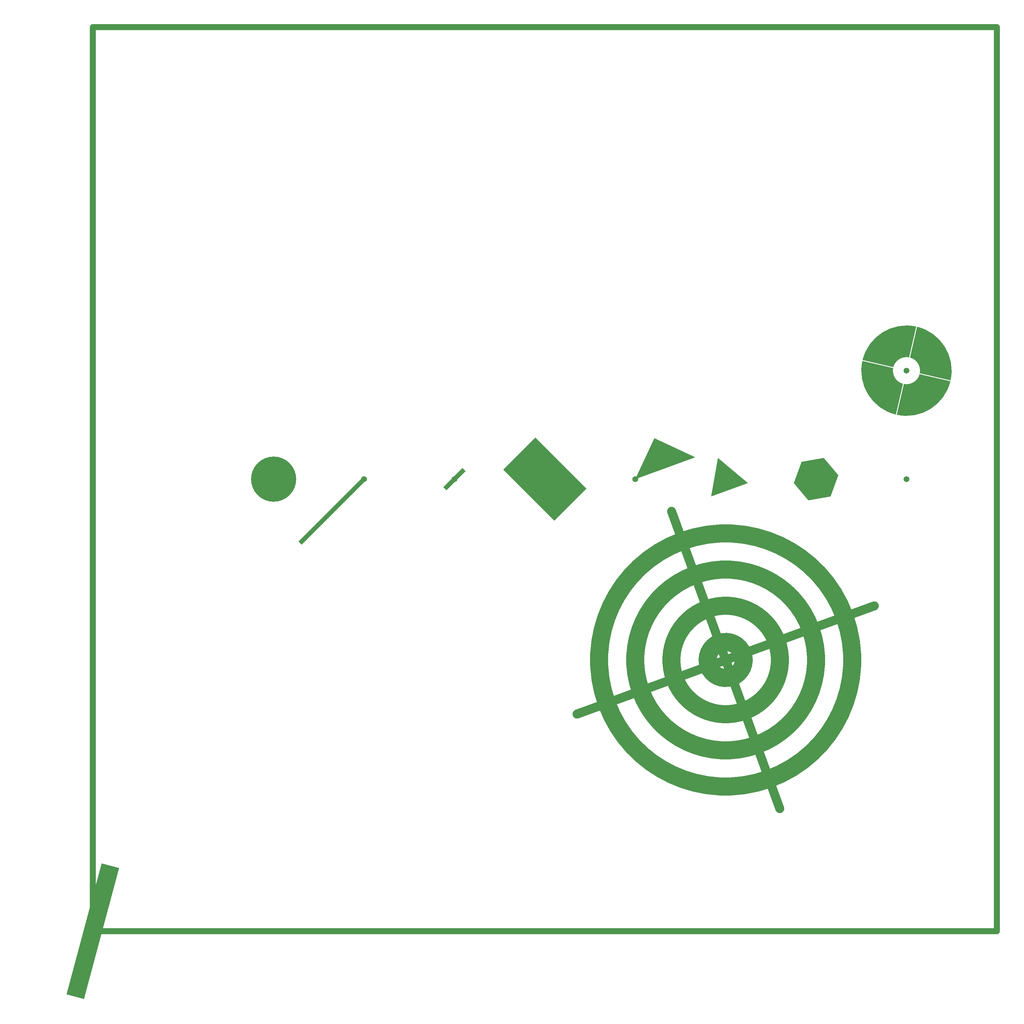
<source format=gbr>
G04 Verification of all aperture macros *
G04 Handcoded by Stefan Petersen *
%MOIN*%
%FSLAX23Y23*%
%OFA0.0000B0.0000*%
G90*
%AMCIRCLE*
0 this is a comment*
1,1,$1,0,0*
%
%AMVECTOR*
20,1,$1,0,0,$2,$3,-135*
%
%AMVECTOR1*
20,1,0.3,0,0,1,1,-15*
%
%AMLINE1*
21,1,$1,$2,0,0,-135*
%
%AMLINE*
21,1,0.3,0.03,0,0,-135*
%
%AMLINE2*
21,1,$1,$2,0,0,-45*
%
%AMLINELOWLEFT*
21,1,0.2,1.5,0,0,-15*
%
%AMOUTLINE*
4,1,3,0.0,0.0,0.0,0.5,0.5,0.5,0.0,0.0,-25*
%
%AMPOLYGON*
5,1,$1,0,0,0.5,$2*
%
%AMMOIRE*
6,
0,0,
3.0,0.2,
0.2,4,
0.1,3.5,
20*
%
%AMTHERMAL*
7,0,0,1.0,0.3,0.01,-13*
%
%ADD10C,0.0650*%
%ADD11CIRCLE,.5*%
%ADD12VECTOR,0.05X1X0X0*%
%ADD13LINE1,0.3X0.05*%
%ADD14LINE2,0.8X0.5*%
%ADD15OUTLINE*%
%ADD16POLYGON,3X-10*%
%ADD17POLYGON,6X10*%
%ADD18MOIRE*%
%ADD19THERMAL*%
%ADD20LINELOWLEFT*%
G04 Outline*
X0Y0D02*
G54D10*
X0Y0D01*
X10000D01*
Y10000D01*
X0D01*
Y0D01*
G04 Dots *
X2000Y5000D03*
X3000D03*
X4000D03*
X5000D03*
X6000D03*
X7000D03*
X8000D03*
X9000D03*
Y6200X9000D03*
G04 Draw circle*
G54D11*
X2000Y5000D03*
G04 Draw line vector *
G54D12*
X3000D03*
G04 Draw line center *
G54D13*
X4000D03*
G04 Draw line lower left *
G54D14*
X5000D03*
G04 Draw outline *
G54D15*
X6000D03*
G04 Draw polygon 1 *
G54D16*
X7000D03*
G04 Draw polygon 1 *
G54D17*
X8000D03*
G04 Draw Moire *
G54D18*
X7000Y3000D03*
G04 Draw vector at 0,0*
G54D20*
X00000Y00000D03*
G04 Draw Thermal *
G54D19*
Y6200X9000D03*
M02*

</source>
